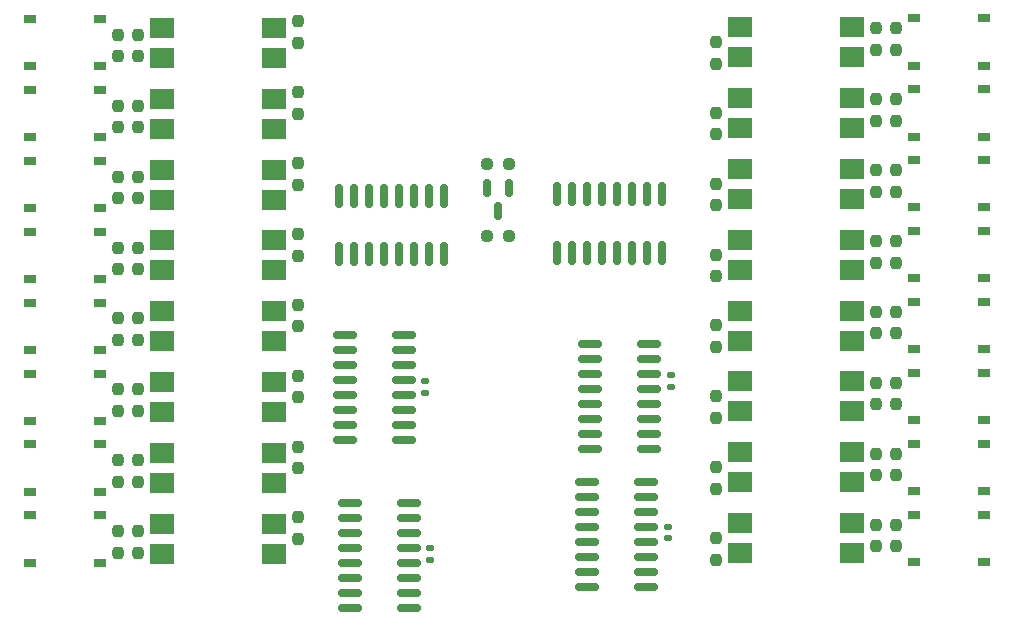
<source format=gbr>
%TF.GenerationSoftware,KiCad,Pcbnew,8.0.2*%
%TF.CreationDate,2024-12-19T10:05:04+01:00*%
%TF.ProjectId,OS-S88n,4f532d53-3838-46e2-9e6b-696361645f70,rev?*%
%TF.SameCoordinates,Original*%
%TF.FileFunction,Paste,Top*%
%TF.FilePolarity,Positive*%
%FSLAX46Y46*%
G04 Gerber Fmt 4.6, Leading zero omitted, Abs format (unit mm)*
G04 Created by KiCad (PCBNEW 8.0.2) date 2024-12-19 10:05:04*
%MOMM*%
%LPD*%
G01*
G04 APERTURE LIST*
G04 Aperture macros list*
%AMRoundRect*
0 Rectangle with rounded corners*
0 $1 Rounding radius*
0 $2 $3 $4 $5 $6 $7 $8 $9 X,Y pos of 4 corners*
0 Add a 4 corners polygon primitive as box body*
4,1,4,$2,$3,$4,$5,$6,$7,$8,$9,$2,$3,0*
0 Add four circle primitives for the rounded corners*
1,1,$1+$1,$2,$3*
1,1,$1+$1,$4,$5*
1,1,$1+$1,$6,$7*
1,1,$1+$1,$8,$9*
0 Add four rect primitives between the rounded corners*
20,1,$1+$1,$2,$3,$4,$5,0*
20,1,$1+$1,$4,$5,$6,$7,0*
20,1,$1+$1,$6,$7,$8,$9,0*
20,1,$1+$1,$8,$9,$2,$3,0*%
G04 Aperture macros list end*
%ADD10R,1.000000X0.700000*%
%ADD11RoundRect,0.237500X-0.237500X0.250000X-0.237500X-0.250000X0.237500X-0.250000X0.237500X0.250000X0*%
%ADD12RoundRect,0.237500X0.237500X-0.250000X0.237500X0.250000X-0.237500X0.250000X-0.237500X-0.250000X0*%
%ADD13RoundRect,0.150000X-0.150000X0.587500X-0.150000X-0.587500X0.150000X-0.587500X0.150000X0.587500X0*%
%ADD14R,2.000000X1.780000*%
%ADD15RoundRect,0.237500X0.250000X0.237500X-0.250000X0.237500X-0.250000X-0.237500X0.250000X-0.237500X0*%
%ADD16RoundRect,0.140000X0.170000X-0.140000X0.170000X0.140000X-0.170000X0.140000X-0.170000X-0.140000X0*%
%ADD17RoundRect,0.140000X-0.170000X0.140000X-0.170000X-0.140000X0.170000X-0.140000X0.170000X0.140000X0*%
%ADD18RoundRect,0.237500X-0.250000X-0.237500X0.250000X-0.237500X0.250000X0.237500X-0.250000X0.237500X0*%
%ADD19RoundRect,0.150000X0.825000X0.150000X-0.825000X0.150000X-0.825000X-0.150000X0.825000X-0.150000X0*%
%ADD20RoundRect,0.150000X-0.150000X0.825000X-0.150000X-0.825000X0.150000X-0.825000X0.150000X0.825000X0*%
G04 APERTURE END LIST*
D10*
%TO.C,D1601*%
X204408000Y-91474000D03*
X204408000Y-95474000D03*
X198458000Y-95474000D03*
X198458000Y-91474000D03*
%TD*%
%TO.C,D701*%
X129586000Y-89538000D03*
X129586000Y-85538000D03*
X123636000Y-85538000D03*
X123636000Y-89538000D03*
%TD*%
D11*
%TO.C,R1903*%
X195285000Y-112144583D03*
X195285000Y-110319583D03*
%TD*%
%TO.C,R501*%
X146333000Y-97724417D03*
X146333000Y-99549417D03*
%TD*%
D12*
%TO.C,R903*%
X132759000Y-76692417D03*
X132759000Y-74867417D03*
%TD*%
%TO.C,R703*%
X132759000Y-88692417D03*
X132759000Y-86867417D03*
%TD*%
D11*
%TO.C,R1502*%
X196951000Y-88144583D03*
X196951000Y-86319583D03*
%TD*%
%TO.C,R801*%
X146333000Y-79724417D03*
X146333000Y-81549417D03*
%TD*%
D10*
%TO.C,D1501*%
X204408000Y-85474000D03*
X204408000Y-89474000D03*
X198458000Y-89474000D03*
X198458000Y-85474000D03*
%TD*%
D13*
%TO.C,Q2101*%
X164210000Y-81866500D03*
X162310000Y-81866500D03*
X163260000Y-83741500D03*
%TD*%
D11*
%TO.C,R1403*%
X195285000Y-82144583D03*
X195285000Y-80319583D03*
%TD*%
D14*
%TO.C,U1801*%
X183738000Y-106744000D03*
X183738000Y-104204000D03*
X193268000Y-104204000D03*
X193268000Y-106744000D03*
%TD*%
D12*
%TO.C,R1301*%
X181711000Y-75462583D03*
X181711000Y-77287583D03*
%TD*%
D15*
%TO.C,R2102*%
X164172500Y-85852000D03*
X162347500Y-85852000D03*
%TD*%
D16*
%TO.C,C1202*%
X177865000Y-98651000D03*
X177865000Y-97691000D03*
%TD*%
D11*
%TO.C,R1702*%
X196951000Y-100144583D03*
X196951000Y-98319583D03*
%TD*%
D12*
%TO.C,R1701*%
X181711000Y-99462583D03*
X181711000Y-101287583D03*
%TD*%
%TO.C,R603*%
X132759000Y-94692417D03*
X132759000Y-92867417D03*
%TD*%
D11*
%TO.C,R1902*%
X196951000Y-112144583D03*
X196951000Y-110319583D03*
%TD*%
D14*
%TO.C,U1701*%
X183738000Y-100744000D03*
X183738000Y-98204000D03*
X193268000Y-98204000D03*
X193268000Y-100744000D03*
%TD*%
%TO.C,U801*%
X134776000Y-80268000D03*
X134776000Y-82808000D03*
X144306000Y-82808000D03*
X144306000Y-80268000D03*
%TD*%
D11*
%TO.C,R701*%
X146333000Y-85724417D03*
X146333000Y-87549417D03*
%TD*%
%TO.C,R1503*%
X195285000Y-88144583D03*
X195285000Y-86319583D03*
%TD*%
D10*
%TO.C,D1801*%
X204408000Y-103474000D03*
X204408000Y-107474000D03*
X198458000Y-107474000D03*
X198458000Y-103474000D03*
%TD*%
D11*
%TO.C,R1703*%
X195285000Y-100144583D03*
X195285000Y-98319583D03*
%TD*%
D14*
%TO.C,U1301*%
X183738000Y-76744000D03*
X183738000Y-74204000D03*
X193268000Y-74204000D03*
X193268000Y-76744000D03*
%TD*%
D10*
%TO.C,D501*%
X129586000Y-101538000D03*
X129586000Y-97538000D03*
X123636000Y-97538000D03*
X123636000Y-101538000D03*
%TD*%
D14*
%TO.C,U1101*%
X193268000Y-70744000D03*
X193268000Y-68204000D03*
X183738000Y-68204000D03*
X183738000Y-70744000D03*
%TD*%
D12*
%TO.C,R702*%
X131093000Y-88692417D03*
X131093000Y-86867417D03*
%TD*%
%TO.C,R1501*%
X181711000Y-87462583D03*
X181711000Y-89287583D03*
%TD*%
%TO.C,R602*%
X131093000Y-94692417D03*
X131093000Y-92867417D03*
%TD*%
D11*
%TO.C,R1001*%
X146333000Y-67724417D03*
X146333000Y-69549417D03*
%TD*%
D12*
%TO.C,R803*%
X132759000Y-82692417D03*
X132759000Y-80867417D03*
%TD*%
D11*
%TO.C,R901*%
X146333000Y-73724417D03*
X146333000Y-75549417D03*
%TD*%
D14*
%TO.C,U501*%
X134776000Y-98268000D03*
X134776000Y-100808000D03*
X144306000Y-100808000D03*
X144306000Y-98268000D03*
%TD*%
D12*
%TO.C,R203*%
X132759000Y-110867417D03*
X132759000Y-112692417D03*
%TD*%
D11*
%TO.C,R401*%
X146333000Y-103724417D03*
X146333000Y-105549417D03*
%TD*%
%TO.C,R1602*%
X196951000Y-94144583D03*
X196951000Y-92319583D03*
%TD*%
D10*
%TO.C,D201*%
X123636000Y-113538000D03*
X123636000Y-109538000D03*
X129586000Y-109538000D03*
X129586000Y-113538000D03*
%TD*%
D11*
%TO.C,R601*%
X146333000Y-91724417D03*
X146333000Y-93549417D03*
%TD*%
D17*
%TO.C,C1201*%
X177611000Y-110518000D03*
X177611000Y-111478000D03*
%TD*%
%TO.C,C301*%
X157482999Y-112323999D03*
X157482999Y-113283999D03*
%TD*%
D18*
%TO.C,R2101*%
X162347500Y-79756000D03*
X164172500Y-79756000D03*
%TD*%
D12*
%TO.C,R1002*%
X131093000Y-70692417D03*
X131093000Y-68867417D03*
%TD*%
D19*
%TO.C,U1202*%
X176022000Y-103886000D03*
X176022000Y-102616000D03*
X176022000Y-101346000D03*
X176022000Y-100076000D03*
X176022000Y-98806000D03*
X176022000Y-97536000D03*
X176022000Y-96266000D03*
X176022000Y-94996000D03*
X171072000Y-94996000D03*
X171072000Y-96266000D03*
X171072000Y-97536000D03*
X171072000Y-98806000D03*
X171072000Y-100076000D03*
X171072000Y-101346000D03*
X171072000Y-102616000D03*
X171072000Y-103886000D03*
%TD*%
D10*
%TO.C,D401*%
X129586000Y-107538000D03*
X129586000Y-103538000D03*
X123636000Y-103538000D03*
X123636000Y-107538000D03*
%TD*%
%TO.C,D901*%
X129586000Y-77538000D03*
X129586000Y-73538000D03*
X123636000Y-73538000D03*
X123636000Y-77538000D03*
%TD*%
%TO.C,D601*%
X129586000Y-95538000D03*
X129586000Y-91538000D03*
X123636000Y-91538000D03*
X123636000Y-95538000D03*
%TD*%
D12*
%TO.C,R202*%
X131093000Y-110867417D03*
X131093000Y-112692417D03*
%TD*%
D10*
%TO.C,D1701*%
X204408000Y-97474000D03*
X204408000Y-101474000D03*
X198458000Y-101474000D03*
X198458000Y-97474000D03*
%TD*%
D14*
%TO.C,U1901*%
X183738000Y-112744000D03*
X183738000Y-110204000D03*
X193268000Y-110204000D03*
X193268000Y-112744000D03*
%TD*%
D10*
%TO.C,D1101*%
X198458000Y-67474000D03*
X198458000Y-71474000D03*
X204408000Y-71474000D03*
X204408000Y-67474000D03*
%TD*%
D19*
%TO.C,U1201*%
X175768000Y-115570000D03*
X175768000Y-114300000D03*
X175768000Y-113030000D03*
X175768000Y-111760000D03*
X175768000Y-110490000D03*
X175768000Y-109220000D03*
X175768000Y-107950000D03*
X175768000Y-106680000D03*
X170818000Y-106680000D03*
X170818000Y-107950000D03*
X170818000Y-109220000D03*
X170818000Y-110490000D03*
X170818000Y-111760000D03*
X170818000Y-113030000D03*
X170818000Y-114300000D03*
X170818000Y-115570000D03*
%TD*%
D12*
%TO.C,R802*%
X131093000Y-82692417D03*
X131093000Y-80867417D03*
%TD*%
%TO.C,R1003*%
X132759000Y-70692417D03*
X132759000Y-68867417D03*
%TD*%
%TO.C,R1401*%
X181711000Y-81462583D03*
X181711000Y-83287583D03*
%TD*%
D14*
%TO.C,U401*%
X134776000Y-104268000D03*
X134776000Y-106808000D03*
X144306000Y-106808000D03*
X144306000Y-104268000D03*
%TD*%
D11*
%TO.C,R1103*%
X195285000Y-68319583D03*
X195285000Y-70144583D03*
%TD*%
D14*
%TO.C,U1501*%
X183738000Y-88744000D03*
X183738000Y-86204000D03*
X193268000Y-86204000D03*
X193268000Y-88744000D03*
%TD*%
%TO.C,U701*%
X134776000Y-86268000D03*
X134776000Y-88808000D03*
X144306000Y-88808000D03*
X144306000Y-86268000D03*
%TD*%
%TO.C,U1601*%
X183738000Y-94744000D03*
X183738000Y-92204000D03*
X193268000Y-92204000D03*
X193268000Y-94744000D03*
%TD*%
%TO.C,U901*%
X134776000Y-74268000D03*
X134776000Y-76808000D03*
X144306000Y-76808000D03*
X144306000Y-74268000D03*
%TD*%
D11*
%TO.C,R201*%
X146333000Y-111549417D03*
X146333000Y-109724417D03*
%TD*%
D19*
%TO.C,U301*%
X155256000Y-103124000D03*
X155256000Y-101854000D03*
X155256000Y-100584000D03*
X155256000Y-99314000D03*
X155256000Y-98044000D03*
X155256000Y-96774000D03*
X155256000Y-95504000D03*
X155256000Y-94234000D03*
X150306000Y-94234000D03*
X150306000Y-95504000D03*
X150306000Y-96774000D03*
X150306000Y-98044000D03*
X150306000Y-99314000D03*
X150306000Y-100584000D03*
X150306000Y-101854000D03*
X150306000Y-103124000D03*
%TD*%
D14*
%TO.C,U1401*%
X183738000Y-82744000D03*
X183738000Y-80204000D03*
X193268000Y-80204000D03*
X193268000Y-82744000D03*
%TD*%
%TO.C,U1001*%
X134776000Y-68268000D03*
X134776000Y-70808000D03*
X144306000Y-70808000D03*
X144306000Y-68268000D03*
%TD*%
D12*
%TO.C,R1101*%
X181711000Y-71287583D03*
X181711000Y-69462583D03*
%TD*%
D11*
%TO.C,R1402*%
X196951000Y-82144583D03*
X196951000Y-80319583D03*
%TD*%
D10*
%TO.C,D1901*%
X204408000Y-109474000D03*
X204408000Y-113474000D03*
X198458000Y-113474000D03*
X198458000Y-109474000D03*
%TD*%
D14*
%TO.C,U201*%
X144306000Y-110268000D03*
X144306000Y-112808000D03*
X134776000Y-112808000D03*
X134776000Y-110268000D03*
%TD*%
D12*
%TO.C,R402*%
X131093000Y-106692417D03*
X131093000Y-104867417D03*
%TD*%
%TO.C,R403*%
X132759000Y-106692417D03*
X132759000Y-104867417D03*
%TD*%
D11*
%TO.C,R1102*%
X196951000Y-68319583D03*
X196951000Y-70144583D03*
%TD*%
D12*
%TO.C,R902*%
X131093000Y-76692417D03*
X131093000Y-74867417D03*
%TD*%
D11*
%TO.C,R1803*%
X195285000Y-106144583D03*
X195285000Y-104319583D03*
%TD*%
D12*
%TO.C,R1801*%
X181711000Y-105462583D03*
X181711000Y-107287583D03*
%TD*%
%TO.C,R503*%
X132759000Y-100692417D03*
X132759000Y-98867417D03*
%TD*%
%TO.C,R1901*%
X181711000Y-111462583D03*
X181711000Y-113287583D03*
%TD*%
D19*
%TO.C,U302*%
X155702000Y-117348000D03*
X155702000Y-116078000D03*
X155702000Y-114808000D03*
X155702000Y-113538000D03*
X155702000Y-112268000D03*
X155702000Y-110998000D03*
X155702000Y-109728000D03*
X155702000Y-108458000D03*
X150752000Y-108458000D03*
X150752000Y-109728000D03*
X150752000Y-110998000D03*
X150752000Y-112268000D03*
X150752000Y-113538000D03*
X150752000Y-114808000D03*
X150752000Y-116078000D03*
X150752000Y-117348000D03*
%TD*%
D11*
%TO.C,R1603*%
X195285000Y-94144583D03*
X195285000Y-92319583D03*
%TD*%
%TO.C,R1302*%
X196951000Y-76144583D03*
X196951000Y-74319583D03*
%TD*%
%TO.C,R1802*%
X196951000Y-106144583D03*
X196951000Y-104319583D03*
%TD*%
D10*
%TO.C,D1301*%
X204408000Y-73474000D03*
X204408000Y-77474000D03*
X198458000Y-77474000D03*
X198458000Y-73474000D03*
%TD*%
D14*
%TO.C,U601*%
X134776000Y-92268000D03*
X134776000Y-94808000D03*
X144306000Y-94808000D03*
X144306000Y-92268000D03*
%TD*%
D20*
%TO.C,U2001*%
X158688000Y-82488000D03*
X157418000Y-82488000D03*
X156148000Y-82488000D03*
X154878000Y-82488000D03*
X153608000Y-82488000D03*
X152338000Y-82488000D03*
X151068000Y-82488000D03*
X149798000Y-82488000D03*
X149798000Y-87438000D03*
X151068000Y-87438000D03*
X152338000Y-87438000D03*
X153608000Y-87438000D03*
X154878000Y-87438000D03*
X156148000Y-87438000D03*
X157418000Y-87438000D03*
X158688000Y-87438000D03*
%TD*%
D12*
%TO.C,R502*%
X131093000Y-100692417D03*
X131093000Y-98867417D03*
%TD*%
D10*
%TO.C,D801*%
X129586000Y-83538000D03*
X129586000Y-79538000D03*
X123636000Y-79538000D03*
X123636000Y-83538000D03*
%TD*%
D20*
%TO.C,U2002*%
X177103000Y-82361000D03*
X175833000Y-82361000D03*
X174563000Y-82361000D03*
X173293000Y-82361000D03*
X172023000Y-82361000D03*
X170753000Y-82361000D03*
X169483000Y-82361000D03*
X168213000Y-82361000D03*
X168213000Y-87311000D03*
X169483000Y-87311000D03*
X170753000Y-87311000D03*
X172023000Y-87311000D03*
X173293000Y-87311000D03*
X174563000Y-87311000D03*
X175833000Y-87311000D03*
X177103000Y-87311000D03*
%TD*%
D17*
%TO.C,C302*%
X157036999Y-98199000D03*
X157036999Y-99159000D03*
%TD*%
D11*
%TO.C,R1303*%
X195285000Y-76144583D03*
X195285000Y-74319583D03*
%TD*%
D10*
%TO.C,D1001*%
X129586000Y-71538000D03*
X129586000Y-67538000D03*
X123636000Y-67538000D03*
X123636000Y-71538000D03*
%TD*%
%TO.C,D1401*%
X204408000Y-79474000D03*
X204408000Y-83474000D03*
X198458000Y-83474000D03*
X198458000Y-79474000D03*
%TD*%
D12*
%TO.C,R1601*%
X181711000Y-93462583D03*
X181711000Y-95287583D03*
%TD*%
M02*

</source>
